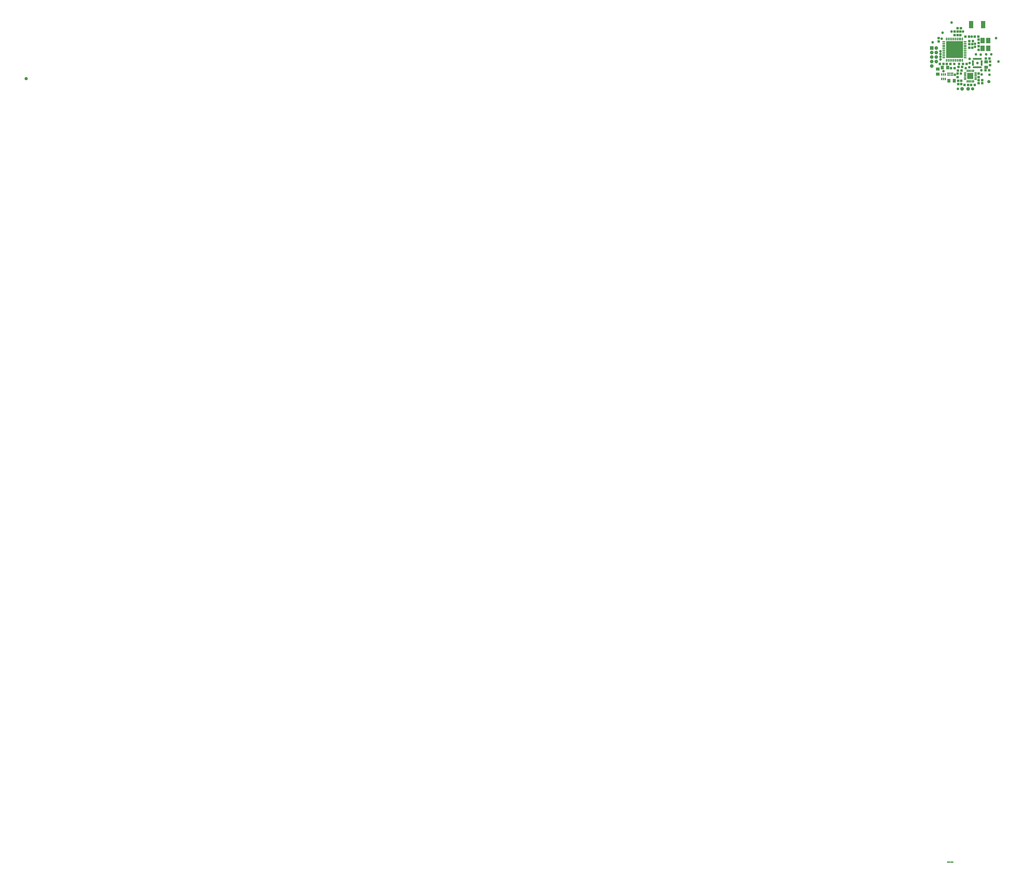
<source format=gts>
%FSTAX23Y23*%
%MOMM*%
%SFA1B1*%

%IPPOS*%
%ADD36R,0.649999X0.749999*%
%ADD37R,0.749999X0.649999*%
%ADD38R,0.849998X1.049998*%
%ADD39R,0.449999X0.749999*%
%ADD40R,1.699997X1.699997*%
%ADD41R,0.799998X0.349999*%
%ADD42R,0.349999X0.799998*%
%ADD43R,1.049998X0.849998*%
%ADD44O,0.949998X0.349999*%
%ADD45O,0.349999X0.949998*%
%ADD46R,4.749991X4.749991*%
%ADD47R,1.149998X2.149996*%
%ADD48R,0.914398X0.431799*%
%ADD49R,1.299997X1.549997*%
%ADD50R,0.599999X0.499999*%
%ADD51R,0.499999X0.599999*%
%ADD52C,1.049998*%
%ADD53C,0.749999*%
%ADD54C,0.949998*%
%ADD55R,1.049998X1.049998*%
%LNsmarttokens-1*%
%LPD*%
G54D36*
X292761Y247202D03*
Y246202D03*
X298661Y255827D03*
Y256827D03*
X296011Y255552D03*
Y254552D03*
X292936Y244227D03*
Y245227D03*
X293511Y258102D03*
Y259102D03*
X292686D03*
Y258102D03*
X293761Y244227D03*
Y245227D03*
X298661Y254927D03*
Y253927D03*
X296836Y254552D03*
Y255552D03*
X291861Y258102D03*
Y259102D03*
X287386Y256252D03*
Y257252D03*
X298636Y247202D03*
Y246202D03*
X301836Y250602D03*
Y249602D03*
G54D37*
X290886Y248727D03*
X291886D03*
X298561Y257677D03*
X297561D03*
X299686Y245327D03*
X298686D03*
X299686Y244502D03*
X298686D03*
X293686Y259977D03*
X292686D03*
X301636Y248127D03*
X300636D03*
X292986Y249102D03*
X293986D03*
X294661Y244027D03*
X295661D03*
X293811Y248077D03*
X292811D03*
X295261Y249977D03*
X294261D03*
X295911Y257677D03*
X294911D03*
X297561Y244027D03*
X296561D03*
X288736Y249927D03*
X287736D03*
X296011Y256377D03*
X297011D03*
X290661Y249927D03*
X289661D03*
X300661Y251477D03*
X301661D03*
G54D38*
X291761Y245202D03*
X290261D03*
X289911Y248902D03*
X288411D03*
G54D39*
X289261Y246977D03*
X288761D03*
X288261D03*
Y245677D03*
X288761D03*
X289261D03*
G54D40*
X296311Y246527D03*
G54D41*
X294836Y245627D03*
Y246077D03*
Y246527D03*
Y246977D03*
Y247427D03*
X297786D03*
Y246977D03*
Y246527D03*
Y246077D03*
Y245627D03*
G54D42*
X295411Y248002D03*
X295861D03*
X296311D03*
X296761D03*
X297211D03*
Y245052D03*
X296761D03*
X296311D03*
X295861D03*
X295411D03*
G54D43*
X287161Y248527D03*
Y247027D03*
X300811Y250552D03*
Y249052D03*
G54D44*
X294861Y251727D03*
Y252227D03*
Y252727D03*
Y253227D03*
Y253727D03*
Y254227D03*
Y254727D03*
Y255227D03*
Y255727D03*
Y256227D03*
X288861D03*
Y255727D03*
Y255227D03*
Y254727D03*
Y254227D03*
Y253727D03*
Y253227D03*
Y252727D03*
Y252227D03*
Y251727D03*
G54D45*
X294111Y256977D03*
X293611D03*
X293111D03*
X292611D03*
X292111D03*
X291611D03*
X291111D03*
X290611D03*
X290111D03*
X289611D03*
Y250977D03*
X290111D03*
X290611D03*
X291111D03*
X291611D03*
X292111D03*
X292611D03*
X293111D03*
X293611D03*
X294111D03*
G54D46*
X291861Y253977D03*
G54D47*
X296511Y261002D03*
X299911D03*
G54D48*
X291156Y246844D03*
Y247352D03*
Y24786D03*
X290216D03*
Y247352D03*
Y246844D03*
G54D49*
X301386Y254352D03*
Y256552D03*
X299786D03*
Y254352D03*
G54D50*
X297086Y250702D03*
Y250202D03*
Y249702D03*
X299486D03*
Y250202D03*
Y250702D03*
G54D51*
X297286Y249002D03*
X297786D03*
X298286D03*
X298786D03*
X299286D03*
Y251402D03*
X298786D03*
X298286D03*
X297786D03*
X297286D03*
G54D52*
X293971Y242877D03*
X295651D03*
X286696Y250647D03*
X285426Y253187D03*
Y251917D03*
Y250647D03*
X286696Y254457D03*
Y253187D03*
Y251917D03*
X285426Y249377D03*
G54D53*
X300036Y254602D03*
X289911Y248902D03*
X301136Y256302D03*
X298286Y250202D03*
X300811Y249052D03*
X299461Y247002D03*
X299436Y248177D03*
X292786Y242877D03*
X300737Y252652D03*
X296136Y251402D03*
X299236Y252602D03*
X296136Y250202D03*
X297861Y252627D03*
X296036Y249002D03*
X294986Y248777D03*
X291036Y261627D03*
X303586Y257227D03*
X301686Y246902D03*
X291761Y245202D03*
X302236Y252652D03*
X291736Y252727D03*
X297636Y255602D03*
X296311Y246527D03*
X297636Y254777D03*
X296736Y257677D03*
X293686Y247227D03*
X293111Y249927D03*
X291836D03*
X300811Y250552D03*
X288411Y248902D03*
X291036Y259127D03*
X294236D03*
X287911Y253502D03*
X291986Y246852D03*
X288761Y247902D03*
X287161Y248527D03*
X290261Y245202D03*
X291736Y255227D03*
X304211Y250602D03*
X288511Y258752D03*
X287911Y252727D03*
Y251177D03*
Y251952D03*
X288211Y257052D03*
X285686Y256077D03*
G54D54*
X301512Y244928D03*
X30241Y245826D03*
X296921Y242877D03*
G54D55*
X285426Y254457D03*
M02*
</source>
